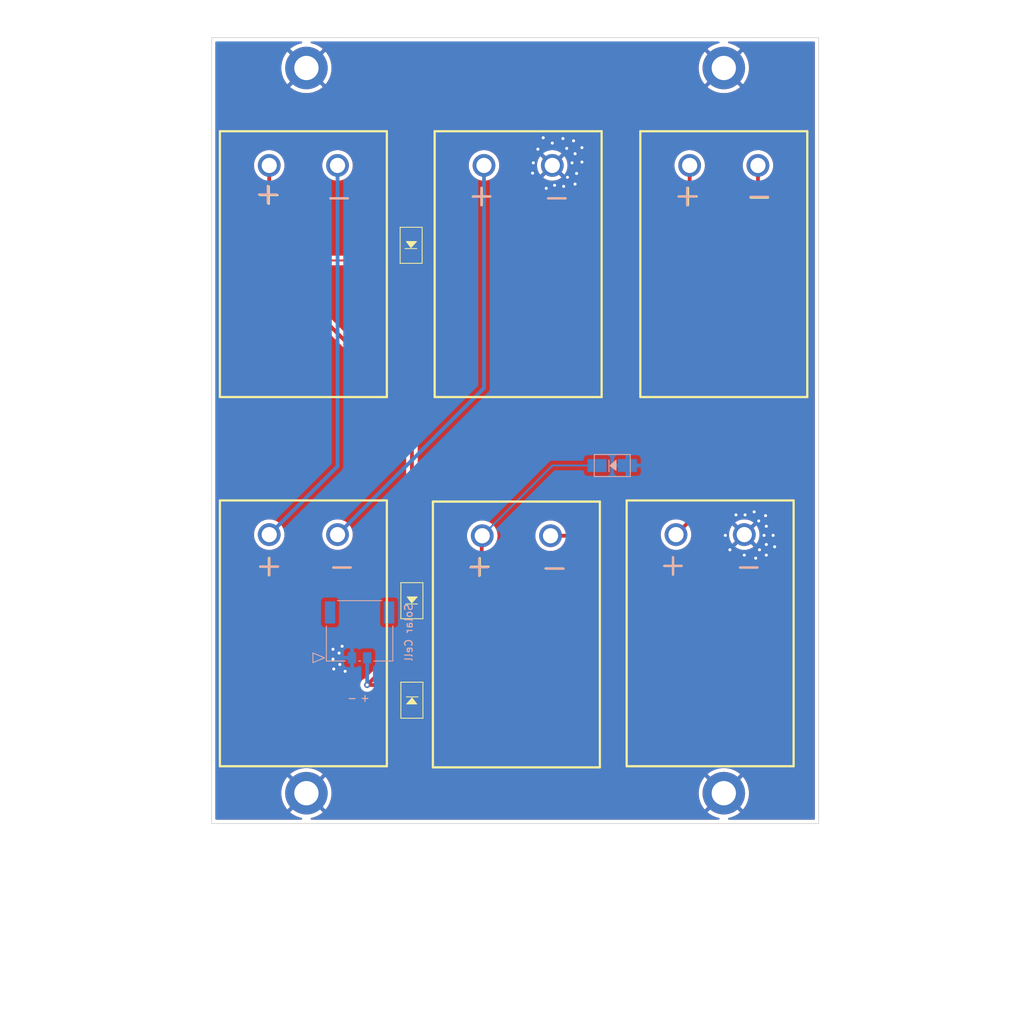
<source format=kicad_pcb>
(kicad_pcb (version 20211014) (generator pcbnew)
  (title_block (title "Solar Cell PCB (USB side)") (date "2023-01-03") (rev "3"))
  (layers (0 "F.Cu" signal) (31 "B.Cu" signal) (34 "B.Paste" user) (35 "F.Paste" user) (36 "B.SilkS" user "B.Silkscreen") (37 "F.SilkS" user "F.Silkscreen") (38 "B.Mask" user) (39 "F.Mask" user) (44 "Edge.Cuts" user))
  (net 0 "")
  (net 1 "GND")
  (net 2 "Net-(SC1-Pad2)")
  (net 3 "Net-(D1-Pad2)")
  (net 4 "Net-(D2-Pad2)")
  (net 5 "Net-(SC2-Pad2)")
  (net 6 "Net-(SC4-Pad2)")
  (net 7 "Net-(SC5-Pad2)")
  (net 8 "VSOLAR")
  (footprint "MountingHole:MountingHole_3.2mm_M3_DIN965_Pad" (layer "F.Cu") (at 84.6 42.75)
    (fp_text reference "H1")
    (fp_text value "MountingHole_Pad")
    (pad "1" thru_hole circle (at 0 0) (size 5.6 5.6) (drill 3.2) (layers *.Cu *.Mask) (net 1 "GND"))
  )
  (footprint "ISP:SM101K07TF" (layer "F.Cu") (at 112.768 117.348 90)
    (fp_text reference "SC1")
    (fp_text value "SM101K07TF")
    (fp_text user "+" (at 8.85 -5.63 90) (layer "B.SilkS") (effects (font (size 3 3) (thickness 0.3)) (justify mirror)))
    (fp_text user "-" (at 8.92 4.5 180) (layer "F.SilkS") (effects (font (size 3 3) (thickness 0.3))))
    (fp_line (start 17.5 10.5) (end -17.5 10.5) (layer "F.SilkS") (width 0.3))
    (fp_line (start -17.5 10.5) (end -17.5 -11.5) (layer "F.SilkS") (width 0.3))
    (fp_line (start -17.5 -11.5) (end 17.5 -11.5) (layer "F.SilkS") (width 0.3))
    (fp_line (start 17.5 -11.5) (end 17.5 10.5) (layer "F.SilkS") (width 0.3))
    (pad "1" thru_hole circle (at 13 -5 90) (size 3 3) (drill 2) (layers *.Mask "F.Cu" "In1.Cu" "B.Cu") (net 3 "Net-(D1-Pad2)"))
    (pad "2" thru_hole circle (at 13 4 90) (size 3 3) (drill 2) (layers *.Mask "F.Cu" "In1.Cu" "B.Cu") (net 2 "Net-(SC1-Pad2)"))
  )
  (footprint "ISP:SM101K07TF" (layer "F.Cu") (at 138.3 117.2 90)
    (fp_text reference "SC3")
    (fp_text value "SM101K07TF")
    (fp_text user "+" (at 8.89 -5.62 90) (layer "B.SilkS") (effects (font (size 3 3) (thickness 0.3))))
    (fp_text user "-" (at 8.89 4.58) (layer "F.SilkS") (effects (font (size 3 3) (thickness 0.3))))
    (fp_line (start 17.5 -11.5) (end 17.5 10.5) (layer "F.SilkS") (width 0.3))
    (fp_line (start -17.5 10.5) (end -17.5 -11.5) (layer "F.SilkS") (width 0.3))
    (fp_line (start 17.5 10.5) (end -17.5 10.5) (layer "F.SilkS") (width 0.3))
    (fp_line (start -17.5 -11.5) (end 17.5 -11.5) (layer "F.SilkS") (width 0.3))
    (pad "1" thru_hole circle (at 13 -5 90) (size 3 3) (drill 2) (layers *.Mask "F.Cu" "In1.Cu" "B.Cu") (net 5 "Net-(SC2-Pad2)"))
    (pad "2" thru_hole circle (at 13 4 90) (size 3 3) (drill 2) (layers *.Mask "F.Cu" "In1.Cu" "B.Cu") (net 1 "GND"))
  )
  (footprint "ISP:DO-214AC" (layer "F.Cu") (at 98.4 66.1 90)
    (fp_text reference "D4")
    (fp_text value "CDBA240LL-HF")
    (fp_line (start 2.375 1.45) (end 2.375 -1.45) (layer "F.SilkS") (width 0.12))
    (fp_line (start -2.375 1.45) (end -2.375 -1.45) (layer "F.SilkS") (width 0.12))
    (fp_line (start -2.375 1.45) (end 2.375 1.45) (layer "F.SilkS") (width 0.12))
    (fp_line (start -0.4318 -0.8128) (end -0.4318 0.7366) (layer "F.SilkS") (width 0.12))
    (fp_line (start -2.375 -1.45) (end 2.375 -1.45) (layer "F.SilkS") (width 0.12))
    (fp_poly (pts (xy 0.508 0.7112) (xy -0.3048 -0.0254) (xy 0.508 -0.635)) (layer "F.SilkS") (width 0.1) (fill solid))
    (pad "1" smd rect (at -2 0 90) (size 2.5 1.7) (layers "F.Cu" "F.Paste" "F.Mask") (net 4 "Net-(D2-Pad2)"))
    (pad "2" smd rect (at 2 0 90) (size 2.5 1.7) (layers "F.Cu" "F.Paste" "F.Mask") (net 1 "GND"))
  )
  (footprint "ISP:DO-214AC" (layer "F.Cu") (at 98.5 112.9 90)
    (fp_text reference "D2")
    (fp_text value "CDBA240LL-HF")
    (fp_line (start -2.375 -1.45) (end 2.375 -1.45) (layer "F.SilkS") (width 0.12))
    (fp_line (start -2.375 1.45) (end 2.375 1.45) (layer "F.SilkS") (width 0.12))
    (fp_line (start -2.375 1.45) (end -2.375 -1.45) (layer "F.SilkS") (width 0.12))
    (fp_line (start 2.375 1.45) (end 2.375 -1.45) (layer "F.SilkS") (width 0.12))
    (fp_line (start -0.4318 -0.8128) (end -0.4318 0.7366) (layer "F.SilkS") (width 0.12))
    (fp_poly (pts (xy 0.508 0.7112) (xy -0.3048 -0.0254) (xy 0.508 -0.635)) (layer "F.SilkS") (width 0.1) (fill solid))
    (pad "1" smd rect (at -2 0 90) (size 2.5 1.7) (layers "F.Cu" "F.Paste" "F.Mask") (net 8 "VSOLAR"))
    (pad "2" smd rect (at 2 0 90) (size 2.5 1.7) (layers "F.Cu" "F.Paste" "F.Mask") (net 4 "Net-(D2-Pad2)"))
  )
  (footprint "MountingHole:MountingHole_3.2mm_M3_DIN965_Pad" (layer "F.Cu") (at 139.6 138.25)
    (fp_text reference "H7")
    (fp_text value "MountingHole_Pad")
    (pad "1" thru_hole circle (at 0 0) (size 5.6 5.6) (drill 3.2) (layers *.Cu *.Mask) (net 1 "GND"))
  )
  (footprint "ISP:SM101K07TF" (layer "F.Cu") (at 84.7 117.2 90)
    (fp_text reference "SC5")
    (fp_text value "SM101K07TF")
    (fp_text user "+" (at 8.8 -5.2 90) (layer "B.SilkS") (effects (font (size 3 3) (thickness 0.3))))
    (fp_text user "-" (at 8.89 4.58) (layer "F.SilkS") (effects (font (size 3 3) (thickness 0.3))))
    (fp_line (start -17.5 -11.5) (end 17.5 -11.5) (layer "F.SilkS") (width 0.3))
    (fp_line (start 17.5 -11.5) (end 17.5 10.5) (layer "F.SilkS") (width 0.3))
    (fp_line (start -17.5 10.5) (end -17.5 -11.5) (layer "F.SilkS") (width 0.3))
    (fp_line (start 17.5 10.5) (end -17.5 10.5) (layer "F.SilkS") (width 0.3))
    (pad "1" thru_hole circle (at 13 -5 90) (size 3 3) (drill 2) (layers *.Mask "F.Cu" "In1.Cu" "B.Cu") (net 6 "Net-(SC4-Pad2)"))
    (pad "2" thru_hole circle (at 13 4 90) (size 3 3) (drill 2) (layers *.Mask "F.Cu" "In1.Cu" "B.Cu") (net 7 "Net-(SC5-Pad2)"))
  )
  (footprint "ISP:SM101K07TF" (layer "F.Cu") (at 140.1 68.58 90)
    (fp_text reference "SC2")
    (fp_text value "SM101K07TF")
    (fp_text user "+" (at 8.9 -5.56 90) (layer "B.SilkS") (effects (font (size 3 3) (thickness 0.3))))
    (fp_line (start -17.5 10.5) (end -17.5 -11.5) (layer "F.SilkS") (width 0.3))
    (fp_line (start 17.5 10.5) (end -17.5 10.5) (layer "F.SilkS") (width 0.3))
    (fp_line (start 17.5 -11.5) (end 17.5 10.5) (layer "F.SilkS") (width 0.3))
    (fp_line (start -17.5 -11.5) (end 17.5 -11.5) (layer "F.SilkS") (width 0.3))
    (pad "1" thru_hole circle (at 13 -5 90) (size 3 3) (drill 2) (layers *.Mask "F.Cu" "In1.Cu" "B.Cu") (net 2 "Net-(SC1-Pad2)"))
    (pad "2" thru_hole circle (at 13 4 90) (size 3 3) (drill 2) (layers *.Mask "F.Cu" "In1.Cu" "B.Cu") (net 5 "Net-(SC2-Pad2)"))
  )
  (footprint "ISP:DO-214AC" (layer "F.Cu") (at 98.5 126 -90)
    (fp_text reference "D1")
    (fp_text value "CDBA240LL-HF")
    (fp_line (start -0.4318 -0.8128) (end -0.4318 0.7366) (layer "F.SilkS") (width 0.12))
    (fp_line (start -2.375 1.45) (end 2.375 1.45) (layer "F.SilkS") (width 0.12))
    (fp_line (start -2.375 -1.45) (end 2.375 -1.45) (layer "F.SilkS") (width 0.12))
    (fp_line (start -2.375 1.45) (end -2.375 -1.45) (layer "F.SilkS") (width 0.12))
    (fp_line (start 2.375 1.45) (end 2.375 -1.45) (layer "F.SilkS") (width 0.12))
    (fp_poly (pts (xy 0.508 0.7112) (xy -0.3048 -0.0254) (xy 0.508 -0.635)) (layer "F.SilkS") (width 0.1) (fill solid))
    (pad "1" smd rect (at -2 0 270) (size 2.5 1.7) (layers "F.Cu" "F.Paste" "F.Mask") (net 8 "VSOLAR"))
    (pad "2" smd rect (at 2 0 270) (size 2.5 1.7) (layers "F.Cu" "F.Paste" "F.Mask") (net 3 "Net-(D1-Pad2)"))
  )
  (footprint "MountingHole:MountingHole_3.2mm_M3_DIN965_Pad" (layer "F.Cu") (at 84.6 138.25)
    (fp_text reference "H5")
    (fp_text value "MountingHole_Pad")
    (pad "1" thru_hole circle (at 0 0) (size 5.6 5.6) (drill 3.2) (layers *.Cu *.Mask) (net 1 "GND"))
  )
  (footprint "ISP:SM101K07TF" (layer "F.Cu") (at 84.7 68.58 90)
    (fp_text reference "SC4")
    (fp_text value "SM101K07TF")
    (fp_text user "+" (at 9.1 -5.3 90) (layer "F.SilkS") (effects (font (size 3 3) (thickness 0.3))))
    (fp_text user "-" (at 8.89 4.2) (layer "F.SilkS") (effects (font (size 3 3) (thickness 0.3)) (justify mirror)))
    (fp_line (start 17.5 10.5) (end -17.5 10.5) (layer "F.SilkS") (width 0.3))
    (fp_line (start -17.5 -11.5) (end 17.5 -11.5) (layer "F.SilkS") (width 0.3))
    (fp_line (start -17.5 10.5) (end -17.5 -11.5) (layer "F.SilkS") (width 0.3))
    (fp_line (start 17.5 -11.5) (end 17.5 10.5) (layer "F.SilkS") (width 0.3))
    (pad "1" thru_hole circle (at 13 -5 90) (size 3 3) (drill 2) (layers *.Mask "F.Cu" "In1.Cu" "B.Cu") (net 4 "Net-(D2-Pad2)"))
    (pad "2" thru_hole circle (at 13 4 90) (size 3 3) (drill 2) (layers *.Mask "F.Cu" "In1.Cu" "B.Cu") (net 6 "Net-(SC4-Pad2)"))
  )
  (footprint "MountingHole:MountingHole_3.2mm_M3_DIN965_Pad" (layer "F.Cu") (at 139.6 42.75)
    (fp_text reference "H4")
    (fp_text value "MountingHole_Pad")
    (pad "1" thru_hole circle (at 0 0) (size 5.6 5.6) (drill 3.2) (layers *.Cu *.Mask) (net 1 "GND"))
  )
  (footprint "ISP:SM101K07TF" (layer "F.Cu") (at 113 68.58 90)
    (fp_text reference "SC6")
    (fp_text value "SM101K07TF")
    (fp_text user "-" (at 8.89 4.58 180) (layer "B.SilkS") (effects (font (size 3 3) (thickness 0.3)) (justify mirror)))
    (fp_text user "+" (at 8.89 -5.58 90) (layer "B.SilkS") (effects (font (size 3 3) (thickness 0.3))))
    (fp_line (start -17.5 -11.5) (end 17.5 -11.5) (layer "F.SilkS") (width 0.3))
    (fp_line (start 17.5 -11.5) (end 17.5 10.5) (layer "F.SilkS") (width 0.3))
    (fp_line (start 17.5 10.5) (end -17.5 10.5) (layer "F.SilkS") (width 0.3))
    (fp_line (start -17.5 10.5) (end -17.5 -11.5) (layer "F.SilkS") (width 0.3))
    (pad "1" thru_hole circle (at 13 -5 90) (size 3 3) (drill 2) (layers *.Mask "F.Cu" "In1.Cu" "B.Cu") (net 7 "Net-(SC5-Pad2)"))
    (pad "2" thru_hole circle (at 13 4 90) (size 3 3) (drill 2) (layers *.Mask "F.Cu" "In1.Cu" "B.Cu") (net 1 "GND"))
  )
  (footprint "Molex_PicoLock_2p_2mm_2053380002:2053380002" (layer "B.Cu") (at 90.605 120.42 180)
    (fp_text reference "J1")
    (fp_text value "Solar Cell" (at -7.475 3.34 270) (layer "B.SilkS") (effects (justify mirror)))
    (fp_line (start 3.628992 0) (end 5.152992 0.635) (layer "B.SilkS") (width 0.12))
    (fp_line (start -5.374991 4.20496) (end -5.374991 -0.425) (layer "B.SilkS") (width 0.12))
    (fp_line (start -5.374991 -0.425) (end -2.870041 -0.425) (layer "B.SilkS") (width 0.12))
    (fp_line (start 3.374992 -0.425) (end 3.374992 4.20496) (layer "B.SilkS") (width 0.12))
    (fp_line (start 5.152992 0.635) (end 5.152992 -0.635) (layer "B.SilkS") (width 0.12))
    (fp_line (start -1.129961 -0.425) (end -0.87004 -0.425) (layer "B.SilkS") (width 0.12))
    (fp_line (start 5.152992 -0.635) (end 3.628992 0) (layer "B.SilkS") (width 0.12))
    (fp_line (start 0.87004 -0.425) (end 3.374992 -0.425) (layer "B.SilkS") (width 0.12))
    (fp_line (start 1.915982 7.525) (end -3.915981 7.525) (layer "B.SilkS") (width 0.12))
    (pad "1" smd rect (at 0 0 180) (size 1.1 1.45) (layers "B.Cu" "B.Paste" "B.Mask") (net 1 "GND"))
    (pad "2" smd rect (at -2.000001 0 180) (size 1.1 1.45) (layers "B.Cu" "B.Paste" "B.Mask") (net 8 "VSOLAR"))
    (pad "3" smd rect (at 2.894998 5.974999 180) (size 1.35 2.899999) (layers "B.Cu" "B.Paste" "B.Mask"))
    (pad "4" smd rect (at -4.894997 5.974999 180) (size 1.35 2.899999) (layers "B.Cu" "B.Paste" "B.Mask"))
  )
  (footprint "ISP:DO-214AC" (layer "B.Cu") (at 124.9 95.1)
    (fp_text reference "D3")
    (fp_text value "CDBA240LL-HF")
    (fp_line (start -2.375 -1.45) (end 2.375 -1.45) (layer "B.SilkS") (width 0.12))
    (fp_line (start -0.4318 0.8128) (end -0.4318 -0.7366) (layer "B.SilkS") (width 0.12))
    (fp_line (start 2.375 -1.45) (end 2.375 1.45) (layer "B.SilkS") (width 0.12))
    (fp_line (start -2.375 -1.45) (end -2.375 1.45) (layer "B.SilkS") (width 0.12))
    (fp_line (start -2.375 1.45) (end 2.375 1.45) (layer "B.SilkS") (width 0.12))
    (fp_poly (pts (xy 0.508 -0.7112) (xy -0.3048 0.0254) (xy 0.508 0.635)) (layer "B.SilkS") (width 0.1) (fill solid))
    (pad "1" smd rect (at -2 0) (size 2.5 1.7) (layers "B.Cu" "B.Paste" "B.Mask") (net 3 "Net-(D1-Pad2)"))
    (pad "2" smd rect (at 2 0) (size 2.5 1.7) (layers "B.Cu" "B.Paste" "B.Mask") (net 1 "GND"))
  )
  (gr_line (start 143.6 38.75) (end 152.1 38.75) (layer "Edge.Cuts") (width 0.1))
  (gr_line (start 80.6 142.25) (end 88.6 142.25) (layer "Edge.Cuts") (width 0.1))
  (gr_line (start 135.6 142.25) (end 88.6 142.25) (layer "Edge.Cuts") (width 0.1))
  (gr_line (start 80.65 38.75) (end 88.65 38.75) (layer "Edge.Cuts") (width 0.1))
  (gr_line (start 135.6 38.75) (end 143.6 38.75) (layer "Edge.Cuts") (width 0.1))
  (gr_line (start 152.1 38.75) (end 152.1 142.25) (layer "Edge.Cuts") (width 0.1))
  (gr_line (start 80.6 142.25) (end 72.1 142.25) (layer "Edge.Cuts") (width 0.1))
  (gr_line (start 143.6 142.25) (end 152.1 142.25) (layer "Edge.Cuts") (width 0.1))
  (gr_line (start 135.6 142.25) (end 143.6 142.25) (layer "Edge.Cuts") (width 0.1))
  (gr_line (start 88.65 38.75) (end 135.6 38.75) (layer "Edge.Cuts") (width 0.1))
  (gr_line (start 80.65 38.75) (end 72.1 38.75) (layer "Edge.Cuts") (width 0.1))
  (gr_line (start 72.1 142.25) (end 72.1 38.75) (layer "Edge.Cuts") (width 0.1))
  (gr_text "-\n" (at 90.62 125.72) (layer "B.SilkS") (effects (font (size 1 1)) (justify mirror)))
  (gr_text "-" (at 89.3 108.3) (layer "B.SilkS") (effects (font (size 3 3) (thickness 0.3))))
  (gr_text "+" (at 92.32 125.7) (layer "B.SilkS") (effects (font (size 1 1)) (justify mirror)))
  (gr_text "-" (at 117.348 108.458) (layer "B.SilkS") (effects (font (size 3 3) (thickness 0.3))))
  (gr_text "+" (at 79.502 59.182) (layer "B.SilkS") (effects (font (size 3 3) (thickness 0.3))))
  (gr_text "-" (at 144.272 59.944 180) (layer "B.SilkS") (effects (font (size 3 3) (thickness 0.3))))
  (gr_text "-" (at 88.9 59.69) (layer "B.SilkS") (effects (font (size 3 3) (thickness 0.3))))
  (gr_text "-" (at 142.9 108.3) (layer "B.SilkS") (effects (font (size 3 3) (thickness 0.3))))
  (gr_text "+" (at 134.874 59.436) (layer "F.SilkS") (effects (font (size 3 3) (thickness 0.3))))
  (gr_text "+" (at 132.9 108.1) (layer "F.SilkS") (effects (font (size 3 3) (thickness 0.3))))
  (gr_text "+" (at 107.696 59.436) (layer "F.SilkS") (effects (font (size 3 3) (thickness 0.3))))
  (gr_text "-" (at 144.272 60.044 -180) (layer "F.SilkS") (effects (font (size 3 3) (thickness 0.3)) (justify mirror)))
  (gr_text "+" (at 79.66 108.19) (layer "F.SilkS") (effects (font (size 3 3) (thickness 0.3))))
  (gr_text "-" (at 117.602 59.69) (layer "F.SilkS") (effects (font (size 3 3) (thickness 0.3))))
  (gr_text "+" (at 107.442 108.204) (layer "F.SilkS") (effects (font (size 3 3) (thickness 0.3))))
  (segment (start 108.48 64.1) (end 117 55.58) (width 0.25) (layer "F.Cu") (net 1))
  (segment (start 98.4 64.1) (end 108.48 64.1) (width 0.25) (layer "F.Cu") (net 1))
  (via (at 146.1 104.3) (size 0.8) (drill 0.4) (layers "F.Cu" "B.Cu") (net 1))
  (via (at 145.2 106.9) (size 0.8) (drill 0.4) (layers "F.Cu" "B.Cu") (net 1))
  (via (at 144.3 106.2) (size 0.8) (drill 0.4) (layers "F.Cu" "B.Cu") (net 1))
  (via (at 142.4 101.6) (size 0.8) (drill 0.4) (layers "F.Cu" "B.Cu") (net 1))
  (via (at 120 58.04) (size 0.8) (drill 0.4) (layers "F.Cu" "B.Cu") (net 1))
  (via (at 144.2 102.4) (size 0.8) (drill 0.4) (layers "F.Cu" "B.Cu") (net 1))
  (via (at 120.9 53.24) (size 0.8) (drill 0.4) (layers "F.Cu" "B.Cu") (net 1))
  (via (at 141.2 101.6) (size 0.8) (drill 0.4) (layers "F.Cu" "B.Cu") (net 1))
  (via (at 117.3 58.2) (size 0.8) (drill 0.4) (layers "F.Cu" "B.Cu") (net 1))
  (via (at 118.4 52.04) (size 0.8) (drill 0.4) (layers "F.Cu" "B.Cu") (net 1))
  (via (at 120.9 55.14) (size 0.8) (drill 0.4) (layers "F.Cu" "B.Cu") (net 1))
  (via (at 116.2 58.6) (size 0.8) (drill 0.4) (layers "F.Cu" "B.Cu") (net 1))
  (via (at 118.9 53.34) (size 0.8) (drill 0.4) (layers "F.Cu" "B.Cu") (net 1))
  (via (at 89.3 118.9) (size 0.8) (drill 0.4) (layers "F.Cu" "B.Cu") (net 1))
  (via (at 88.1 120.6) (size 0.8) (drill 0.4) (layers "F.Cu" "B.Cu") (net 1))
  (via (at 114.5 55.24) (size 0.8) (drill 0.4) (layers "F.Cu" "B.Cu") (net 1))
  (via (at 115.1 53.44) (size 0.8) (drill 0.4) (layers "F.Cu" "B.Cu") (net 1))
  (via (at 142.3 106.9) (size 0.8) (drill 0.4) (layers "F.Cu" "B.Cu") (net 1))
  (via (at 120.2 56.64) (size 0.8) (drill 0.4) (layers "F.Cu" "B.Cu") (net 1))
  (via (at 88.2 121.9) (size 0.8) (drill 0.4) (layers "F.Cu" "B.Cu") (net 1))
  (via (at 119.6 55.24) (size 0.8) (drill 0.4) (layers "F.Cu" "B.Cu") (net 1))
  (via (at 89 121.3) (size 0.8) (drill 0.4) (layers "F.Cu" "B.Cu") (net 1))
  (via (at 145.2 105.5) (size 0.8) (drill 0.4) (layers "F.Cu" "B.Cu") (net 1))
  (via (at 120 54.04) (size 0.8) (drill 0.4) (layers "F.Cu" "B.Cu") (net 1))
  (via (at 88.1 119.3) (size 0.8) (drill 0.4) (layers "F.Cu" "B.Cu") (net 1))
  (via (at 144.9 104.3) (size 0.8) (drill 0.4) (layers "F.Cu" "B.Cu") (net 1))
  (via (at 115.8 51.94) (size 0.8) (drill 0.4) (layers "F.Cu" "B.Cu") (net 1))
  (via (at 140.4 106.2) (size 0.8) (drill 0.4) (layers "F.Cu" "B.Cu") (net 1))
  (via (at 119 57.14) (size 0.8) (drill 0.4) (layers "F.Cu" "B.Cu") (net 1))
  (via (at 88.9 119.8) (size 0.8) (drill 0.4) (layers "F.Cu" "B.Cu") (net 1))
  (via (at 117 52.64) (size 0.8) (drill 0.4) (layers "F.Cu" "B.Cu") (net 1))
  (via (at 118.5 58.34) (size 0.8) (drill 0.4) (layers "F.Cu" "B.Cu") (net 1))
  (via (at 139.8 104.3) (size 0.8) (drill 0.4) (layers "F.Cu" "B.Cu") (net 1))
  (via (at 145.2 103.1) (size 0.8) (drill 0.4) (layers "F.Cu" "B.Cu") (net 1))
  (via (at 114.4 56.6) (size 0.8) (drill 0.4) (layers "F.Cu" "B.Cu") (net 1))
  (via (at 89.7 122.2) (size 0.8) (drill 0.4) (layers "F.Cu" "B.Cu") (net 1))
  (via (at 143.8 107.3) (size 0.8) (drill 0.4) (layers "F.Cu" "B.Cu") (net 1))
  (via (at 119.8 52.34) (size 0.8) (drill 0.4) (layers "F.Cu" "B.Cu") (net 1))
  (via (at 145.1 101.7) (size 0.8) (drill 0.4) (layers "F.Cu" "B.Cu") (net 1))
  (via (at 143.6 101.2) (size 0.8) (drill 0.4) (layers "F.Cu" "B.Cu") (net 1))
  (via (at 146.3 105.8) (size 0.8) (drill 0.4) (layers "F.Cu" "B.Cu") (net 1))
  (segment (start 126.9 95.1) (end 133.2 95.1) (width 0.25) (layer "B.Cu") (net 1))
  (segment (start 133.2 95.1) (end 142.3 104.2) (width 0.25) (layer "B.Cu") (net 1))
  (segment (start 135.1 93.6) (end 135.1 55.58) (width 0.5) (layer "F.Cu") (net 2))
  (segment (start 124.352 104.348) (end 135.1 93.6) (width 0.5) (layer "F.Cu") (net 2))
  (segment (start 116.768 104.348) (end 124.352 104.348) (width 0.5) (layer "F.Cu") (net 2))
  (segment (start 107.696 104.42) (end 107.768 104.348) (width 0.5) (layer "F.Cu") (net 3))
  (segment (start 107.696 119.888) (end 107.696 104.42) (width 0.5) (layer "F.Cu") (net 3))
  (segment (start 98.5 128) (end 99.584 128) (width 0.5) (layer "F.Cu") (net 3))
  (segment (start 99.584 128) (end 107.696 119.888) (width 0.5) (layer "F.Cu") (net 3))
  (segment (start 117.016 95.1) (end 107.768 104.348) (width 0.25) (layer "B.Cu") (net 3))
  (segment (start 122.9 95.1) (end 117.016 95.1) (width 0.25) (layer "B.Cu") (net 3))
  (segment (start 79.7 68) (end 79.7 55.58) (width 0.5) (layer "F.Cu") (net 4))
  (segment (start 79.8 68.1) (end 79.7 68) (width 0.25) (layer "F.Cu") (net 4))
  (segment (start 98.4 68.1) (end 79.8 68.1) (width 0.25) (layer "F.Cu") (net 4))
  (segment (start 79.7 68.7) (end 98.5 87.5) (width 0.5) (layer "F.Cu") (net 4))
  (segment (start 98.5 87.5) (end 98.5 110.9) (width 0.5) (layer "F.Cu") (net 4))
  (segment (start 79.7 68.7) (end 79.7 68) (width 0.5) (layer "F.Cu") (net 4))
  (segment (start 133.3 104.2) (end 144.1 93.4) (width 0.5) (layer "F.Cu") (net 5))
  (segment (start 144.1 93.4) (end 144.1 55.58) (width 0.5) (layer "F.Cu") (net 5))
  (segment (start 88.7 95.2) (end 88.7 55.58) (width 0.5) (layer "B.Cu") (net 6))
  (segment (start 79.7 104.2) (end 88.7 95.2) (width 0.5) (layer "B.Cu") (net 6))
  (segment (start 108 84.9) (end 108 55.58) (width 0.5) (layer "B.Cu") (net 7))
  (segment (start 88.7 104.2) (end 108 84.9) (width 0.5) (layer "B.Cu") (net 7))
  (segment (start 92.6 124) (end 98.5 124) (width 0.5) (layer "F.Cu") (net 8))
  (segment (start 92.6 124) (end 98.5 118.1) (width 0.5) (layer "F.Cu") (net 8))
  (segment (start 98.5 118.1) (end 98.5 114.9) (width 0.5) (layer "F.Cu") (net 8))
  (via (at 92.6 124) (size 0.8) (drill 0.4) (layers "F.Cu" "B.Cu") (net 8))
  (segment (start 92.605001 123.994999) (end 92.605001 120.42) (width 0.5) (layer "B.Cu") (net 8))
  (zone (net 1) (net_name "GND") (layers F&B.Cu) (connect_pads (clearance 0.508)) (min_thickness 0.254) (fill yes (thermal_gap 0.508) (thermal_bridge_width 0.508))
    (polygon (pts (xy 153.800938 37.106923) (xy 153.700938 143.006923) (xy 70.400938 143.406923) (xy 70.000938 36.906923)))
  )
)
</source>
